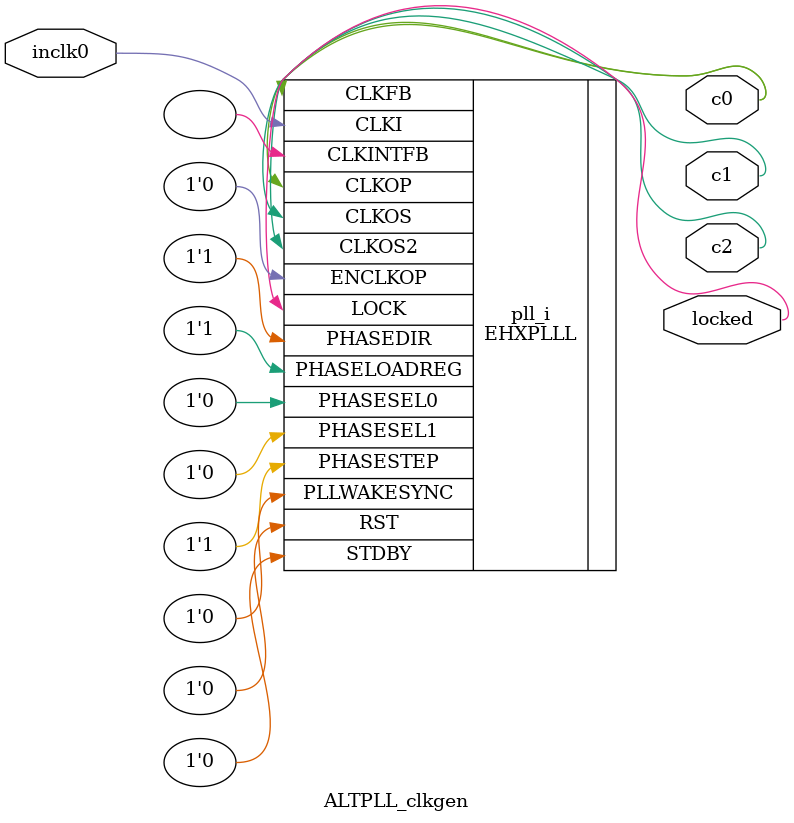
<source format=v>

`timescale 1 ps / 1 ps
// synopsys translate_on
module ALTPLL_clkgen (
	                    inclk0,
	                    c0,
	                    c1,
	                    c2,
	                    locked);

	 input	  inclk0;
	 output	  c0;
	 output	  c1;
	 output	  c2;
	 output	  locked;

`ifdef __ICARUS__
 `define NOTECP5
`endif

`ifdef FORMAL
 `define NOTECP5
`endif

`ifdef NOTECP5
   reg [3:0] clkdiv;
   reg       c0;
   reg       c1;
   reg       c2;

   initial c0 = 0;
   initial c1 = 0;
   initial c2 = 0;
   initial clkdiv = 0;

   assign locked = 1;

   always @ (posedge inclk0)
     begin
        if (clkdiv > 4'd8)
          begin
             clkdiv <= 0;
          end
        else
          begin
             clkdiv <= clkdiv + 1;
             if (clkdiv == 4'd4)
               begin
                  c2 <= ~c2;
               end
             if (clkdiv == 4'd2)
               begin
                  c1 <= ~c1;
               end
             if (clkdiv == 4'd0)
               begin
                  c0 <= ~c0;
               end
          end // else: !if(clkdiv > 4'd8)
     end
`else
   (* FREQUENCY_PIN_CLKI="50" *)
   (* FREQUENCY_PIN_CLKOP="10" *)
   (* FREQUENCY_PIN_CLKOS="10" *)
   (* FREQUENCY_PIN_CLKOS2="10" *)
   (* ICP_CURRENT="12" *) (* LPF_RESISTOR="8" *) (* MFG_ENABLE_FILTEROPAMP="1" *) (* MFG_GMCREF_SEL="2" *)
   EHXPLLL #(
             .PLLRST_ENA("DISABLED"),
             .INTFB_WAKE("DISABLED"),
             .STDBY_ENABLE("DISABLED"),
             .DPHASE_SOURCE("DISABLED"),
             .OUTDIVIDER_MUXA("DIVA"),
             .OUTDIVIDER_MUXB("DIVB"),
             .OUTDIVIDER_MUXC("DIVC"),
             .OUTDIVIDER_MUXD("DIVD"),
             .CLKI_DIV(5),
             .CLKOP_ENABLE("ENABLED"),
             .CLKOP_DIV(60),
             .CLKOP_CPHASE(30),
             .CLKOP_FPHASE(0),
             .CLKOS_ENABLE("ENABLED"),
             .CLKOS_DIV(60),
             .CLKOS_CPHASE(45),
             .CLKOS_FPHASE(0),
             .CLKOS2_ENABLE("ENABLED"),
             .CLKOS2_DIV(60),
             .CLKOS2_CPHASE(60),
             .CLKOS2_FPHASE(0),
             .FEEDBK_PATH("CLKOP"),
             .CLKFB_DIV(1)
             ) pll_i (
                      .RST(1'b0),
                      .STDBY(1'b0),
                      .CLKI(inclk0),
                      .CLKOP(c0),
                      .CLKOS(c1),
                      .CLKOS2(c2),
                      .CLKFB(c0),
                      .CLKINTFB(),
                      .PHASESEL0(1'b0),
                      .PHASESEL1(1'b0),
                      .PHASEDIR(1'b1),
                      .PHASESTEP(1'b1),
                      .PHASELOADREG(1'b1),
                      .PLLWAKESYNC(1'b0),
                      .ENCLKOP(1'b0),
                      .LOCK(locked)
                      );
`endif // !`ifdef NOTECP5

endmodule

</source>
